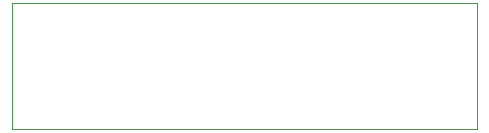
<source format=gbr>
%TF.GenerationSoftware,KiCad,Pcbnew,7.0.8*%
%TF.CreationDate,2024-09-16T20:57:31+09:00*%
%TF.ProjectId,______,cff3c9eb-fa7f-42e6-9b69-6361645f7063,rev?*%
%TF.SameCoordinates,Original*%
%TF.FileFunction,Profile,NP*%
%FSLAX46Y46*%
G04 Gerber Fmt 4.6, Leading zero omitted, Abs format (unit mm)*
G04 Created by KiCad (PCBNEW 7.0.8) date 2024-09-16 20:57:31*
%MOMM*%
%LPD*%
G01*
G04 APERTURE LIST*
%TA.AperFunction,Profile*%
%ADD10C,0.100000*%
%TD*%
G04 APERTURE END LIST*
D10*
X0Y10414000D02*
X39370000Y10414000D01*
X39370000Y-254000D01*
X0Y-254000D01*
X0Y10414000D01*
M02*

</source>
